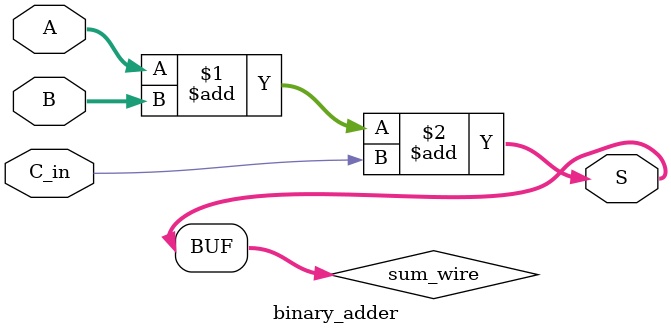
<source format=v>
module binary_adder (
  input [3:0] A,
  input [3:0] B,
  input C_in,
  output [3:0] S
);

  wire [3:0] sum_wire;

  assign sum_wire = A + B + C_in;

  assign S = sum_wire;

endmodule
</source>
